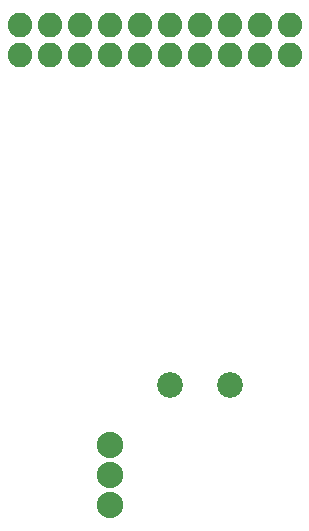
<source format=gbs>
G04 MADE WITH FRITZING*
G04 WWW.FRITZING.ORG*
G04 DOUBLE SIDED*
G04 HOLES PLATED*
G04 CONTOUR ON CENTER OF CONTOUR VECTOR*
%ASAXBY*%
%FSLAX23Y23*%
%MOIN*%
%OFA0B0*%
%SFA1.0B1.0*%
%ADD10C,0.081889*%
%ADD11C,0.081917*%
%ADD12C,0.088000*%
%ADD13C,0.085433*%
%ADD14R,0.001000X0.001000*%
%LNMASK0*%
G90*
G70*
G54D10*
X73Y2010D03*
X173Y2010D03*
X273Y2010D03*
X373Y2010D03*
G54D11*
X473Y2010D03*
G54D10*
X573Y2010D03*
X673Y2010D03*
X773Y2010D03*
X873Y2010D03*
G54D11*
X973Y2010D03*
X973Y2110D03*
G54D10*
X873Y2110D03*
X773Y2110D03*
X673Y2110D03*
X573Y2110D03*
G54D11*
X473Y2110D03*
G54D10*
X373Y2110D03*
X273Y2110D03*
X173Y2110D03*
X73Y2110D03*
G54D12*
X373Y710D03*
X373Y610D03*
X373Y510D03*
G54D13*
X573Y910D03*
X773Y910D03*
G54D14*
D02*
G04 End of Mask0*
M02*
</source>
